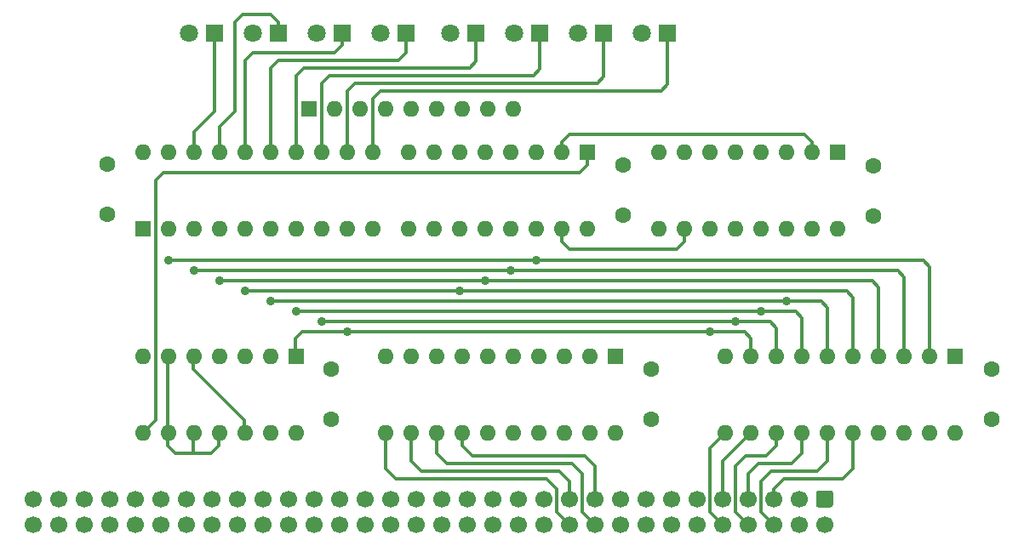
<source format=gtl>
%TF.GenerationSoftware,KiCad,Pcbnew,5.1.6-c6e7f7d~87~ubuntu18.04.1*%
%TF.CreationDate,2020-08-05T19:50:32+12:00*%
%TF.ProjectId,M1 Program Counter,4d312050-726f-4677-9261-6d20436f756e,rev?*%
%TF.SameCoordinates,Original*%
%TF.FileFunction,Copper,L1,Top*%
%TF.FilePolarity,Positive*%
%FSLAX46Y46*%
G04 Gerber Fmt 4.6, Leading zero omitted, Abs format (unit mm)*
G04 Created by KiCad (PCBNEW 5.1.6-c6e7f7d~87~ubuntu18.04.1) date 2020-08-05 19:50:32*
%MOMM*%
%LPD*%
G01*
G04 APERTURE LIST*
%TA.AperFunction,ComponentPad*%
%ADD10R,1.600000X1.600000*%
%TD*%
%TA.AperFunction,ComponentPad*%
%ADD11O,1.600000X1.600000*%
%TD*%
%TA.AperFunction,ComponentPad*%
%ADD12C,1.800000*%
%TD*%
%TA.AperFunction,ComponentPad*%
%ADD13R,1.800000X1.800000*%
%TD*%
%TA.AperFunction,ComponentPad*%
%ADD14C,1.600000*%
%TD*%
%TA.AperFunction,ComponentPad*%
%ADD15C,1.700000*%
%TD*%
%TA.AperFunction,ViaPad*%
%ADD16C,0.889000*%
%TD*%
%TA.AperFunction,Conductor*%
%ADD17C,0.330200*%
%TD*%
G04 APERTURE END LIST*
D10*
%TO.P,RN1,1*%
%TO.N,GND*%
X140589000Y-96647000D03*
D11*
%TO.P,RN1,2*%
%TO.N,Net-(D1-Pad8)*%
X143129000Y-96647000D03*
%TO.P,RN1,3*%
%TO.N,Net-(D1-Pad6)*%
X145669000Y-96647000D03*
%TO.P,RN1,4*%
%TO.N,Net-(D1-Pad4)*%
X148209000Y-96647000D03*
%TO.P,RN1,5*%
%TO.N,Net-(D1-Pad2)*%
X150749000Y-96647000D03*
%TO.P,RN1,6*%
%TO.N,Net-(D2-Pad8)*%
X153289000Y-96647000D03*
%TO.P,RN1,7*%
%TO.N,Net-(D2-Pad6)*%
X155829000Y-96647000D03*
%TO.P,RN1,8*%
%TO.N,Net-(D2-Pad4)*%
X158369000Y-96647000D03*
%TO.P,RN1,9*%
%TO.N,Net-(D2-Pad2)*%
X160909000Y-96647000D03*
%TD*%
D12*
%TO.P,D2,8*%
%TO.N,Net-(D2-Pad8)*%
X154686000Y-89154000D03*
D13*
%TO.P,D2,7*%
%TO.N,Net-(D2-Pad7)*%
X157226000Y-89154000D03*
D12*
%TO.P,D2,2*%
%TO.N,Net-(D2-Pad2)*%
X173736000Y-89154000D03*
D13*
%TO.P,D2,1*%
%TO.N,Net-(D2-Pad1)*%
X176276000Y-89154000D03*
D12*
%TO.P,D2,6*%
%TO.N,Net-(D2-Pad6)*%
X161036000Y-89154000D03*
D13*
%TO.P,D2,5*%
%TO.N,Net-(D2-Pad5)*%
X163576000Y-89154000D03*
%TO.P,D2,3*%
%TO.N,Net-(D2-Pad3)*%
X169926000Y-89154000D03*
D12*
%TO.P,D2,4*%
%TO.N,Net-(D2-Pad4)*%
X167386000Y-89154000D03*
%TD*%
%TO.P,D1,4*%
%TO.N,Net-(D1-Pad4)*%
X141351000Y-89154000D03*
D13*
%TO.P,D1,3*%
%TO.N,Net-(D1-Pad3)*%
X143891000Y-89154000D03*
%TO.P,D1,5*%
%TO.N,Net-(D1-Pad5)*%
X137541000Y-89154000D03*
D12*
%TO.P,D1,6*%
%TO.N,Net-(D1-Pad6)*%
X135001000Y-89154000D03*
D13*
%TO.P,D1,1*%
%TO.N,Net-(D1-Pad1)*%
X150241000Y-89154000D03*
D12*
%TO.P,D1,2*%
%TO.N,Net-(D1-Pad2)*%
X147701000Y-89154000D03*
D13*
%TO.P,D1,7*%
%TO.N,Net-(D1-Pad7)*%
X131191000Y-89154000D03*
D12*
%TO.P,D1,8*%
%TO.N,Net-(D1-Pad8)*%
X128651000Y-89154000D03*
%TD*%
D14*
%TO.P,C1,2*%
%TO.N,+5V*%
X171831000Y-107235000D03*
%TO.P,C1,1*%
%TO.N,GND*%
X171831000Y-102235000D03*
%TD*%
%TO.P,C2,1*%
%TO.N,GND*%
X196723000Y-102324000D03*
%TO.P,C2,2*%
%TO.N,+5V*%
X196723000Y-107324000D03*
%TD*%
%TO.P,C5,1*%
%TO.N,GND*%
X208534000Y-122555000D03*
%TO.P,C5,2*%
%TO.N,+5V*%
X208534000Y-127555000D03*
%TD*%
%TO.P,C6,2*%
%TO.N,+5V*%
X174625000Y-127555000D03*
%TO.P,C6,1*%
%TO.N,GND*%
X174625000Y-122555000D03*
%TD*%
%TO.P,C7,2*%
%TO.N,+5V*%
X120523000Y-102215000D03*
%TO.P,C7,1*%
%TO.N,GND*%
X120523000Y-107215000D03*
%TD*%
%TO.P,J1,1*%
%TO.N,GND*%
%TA.AperFunction,ComponentPad*%
G36*
G01*
X191297000Y-134659000D02*
X192497000Y-134659000D01*
G75*
G02*
X192747000Y-134909000I0J-250000D01*
G01*
X192747000Y-136109000D01*
G75*
G02*
X192497000Y-136359000I-250000J0D01*
G01*
X191297000Y-136359000D01*
G75*
G02*
X191047000Y-136109000I0J250000D01*
G01*
X191047000Y-134909000D01*
G75*
G02*
X191297000Y-134659000I250000J0D01*
G01*
G37*
%TD.AperFunction*%
D15*
%TO.P,J1,3*%
%TO.N,/A0*%
X189357000Y-135509000D03*
%TO.P,J1,5*%
%TO.N,/A2*%
X186817000Y-135509000D03*
%TO.P,J1,7*%
%TO.N,/A4*%
X184277000Y-135509000D03*
%TO.P,J1,9*%
%TO.N,/A6*%
X181737000Y-135509000D03*
%TO.P,J1,11*%
%TO.N,GND*%
X179197000Y-135509000D03*
%TO.P,J1,13*%
X176657000Y-135509000D03*
%TO.P,J1,15*%
%TO.N,/A8*%
X174117000Y-135509000D03*
%TO.P,J1,17*%
%TO.N,/A10*%
X171577000Y-135509000D03*
%TO.P,J1,19*%
%TO.N,/A12*%
X169037000Y-135509000D03*
%TO.P,J1,21*%
%TO.N,/A14*%
X166497000Y-135509000D03*
%TO.P,J1,23*%
%TO.N,GND*%
X163957000Y-135509000D03*
%TO.P,J1,25*%
%TO.N,+5V*%
X161417000Y-135509000D03*
%TO.P,J1,27*%
%TO.N,GND*%
X158877000Y-135509000D03*
%TO.P,J1,29*%
%TO.N,Net-(J1-Pad29)*%
X156337000Y-135509000D03*
%TO.P,J1,31*%
%TO.N,/PCINC*%
X153797000Y-135509000D03*
%TO.P,J1,33*%
%TO.N,Net-(J1-Pad33)*%
X151257000Y-135509000D03*
%TO.P,J1,35*%
%TO.N,Net-(J1-Pad35)*%
X148717000Y-135509000D03*
%TO.P,J1,37*%
%TO.N,/nSYSRST*%
X146177000Y-135509000D03*
%TO.P,J1,39*%
%TO.N,GND*%
X143637000Y-135509000D03*
%TO.P,J1,41*%
X141097000Y-135509000D03*
%TO.P,J1,43*%
%TO.N,Net-(J1-Pad43)*%
X138557000Y-135509000D03*
%TO.P,J1,45*%
%TO.N,Net-(J1-Pad45)*%
X136017000Y-135509000D03*
%TO.P,J1,47*%
%TO.N,Net-(J1-Pad47)*%
X133477000Y-135509000D03*
%TO.P,J1,49*%
%TO.N,Net-(J1-Pad49)*%
X130937000Y-135509000D03*
%TO.P,J1,51*%
%TO.N,GND*%
X128397000Y-135509000D03*
%TO.P,J1,53*%
X125857000Y-135509000D03*
%TO.P,J1,55*%
%TO.N,Net-(J1-Pad55)*%
X123317000Y-135509000D03*
%TO.P,J1,57*%
%TO.N,Net-(J1-Pad57)*%
X120777000Y-135509000D03*
%TO.P,J1,59*%
%TO.N,Net-(J1-Pad59)*%
X118237000Y-135509000D03*
%TO.P,J1,61*%
%TO.N,Net-(J1-Pad61)*%
X115697000Y-135509000D03*
%TO.P,J1,63*%
%TO.N,GND*%
X113157000Y-135509000D03*
%TO.P,J1,2*%
X191897000Y-138049000D03*
%TO.P,J1,4*%
%TO.N,/A1*%
X189357000Y-138049000D03*
%TO.P,J1,6*%
%TO.N,/A3*%
X186817000Y-138049000D03*
%TO.P,J1,8*%
%TO.N,/A5*%
X184277000Y-138049000D03*
%TO.P,J1,10*%
%TO.N,/A7*%
X181737000Y-138049000D03*
%TO.P,J1,12*%
%TO.N,GND*%
X179197000Y-138049000D03*
%TO.P,J1,14*%
X176657000Y-138049000D03*
%TO.P,J1,16*%
%TO.N,/A9*%
X174117000Y-138049000D03*
%TO.P,J1,18*%
%TO.N,/A11*%
X171577000Y-138049000D03*
%TO.P,J1,20*%
%TO.N,/A13*%
X169037000Y-138049000D03*
%TO.P,J1,22*%
%TO.N,/A15*%
X166497000Y-138049000D03*
%TO.P,J1,24*%
%TO.N,GND*%
X163957000Y-138049000D03*
%TO.P,J1,26*%
%TO.N,+5V*%
X161417000Y-138049000D03*
%TO.P,J1,28*%
%TO.N,GND*%
X158877000Y-138049000D03*
%TO.P,J1,30*%
%TO.N,/nPCOE*%
X156337000Y-138049000D03*
%TO.P,J1,32*%
%TO.N,Net-(J1-Pad32)*%
X153797000Y-138049000D03*
%TO.P,J1,34*%
%TO.N,Net-(J1-Pad34)*%
X151257000Y-138049000D03*
%TO.P,J1,36*%
%TO.N,Net-(J1-Pad36)*%
X148717000Y-138049000D03*
%TO.P,J1,38*%
%TO.N,Net-(J1-Pad38)*%
X146177000Y-138049000D03*
%TO.P,J1,40*%
%TO.N,Net-(J1-Pad40)*%
X143637000Y-138049000D03*
%TO.P,J1,42*%
%TO.N,GND*%
X141097000Y-138049000D03*
%TO.P,J1,44*%
%TO.N,Net-(J1-Pad44)*%
X138557000Y-138049000D03*
%TO.P,J1,46*%
%TO.N,Net-(J1-Pad46)*%
X136017000Y-138049000D03*
%TO.P,J1,48*%
%TO.N,Net-(J1-Pad48)*%
X133477000Y-138049000D03*
%TO.P,J1,50*%
%TO.N,Net-(J1-Pad50)*%
X130937000Y-138049000D03*
%TO.P,J1,52*%
%TO.N,GND*%
X128397000Y-138049000D03*
%TO.P,J1,54*%
X125857000Y-138049000D03*
%TO.P,J1,56*%
%TO.N,Net-(J1-Pad56)*%
X123317000Y-138049000D03*
%TO.P,J1,58*%
%TO.N,Net-(J1-Pad58)*%
X120777000Y-138049000D03*
%TO.P,J1,60*%
%TO.N,Net-(J1-Pad60)*%
X118237000Y-138049000D03*
%TO.P,J1,62*%
%TO.N,Net-(J1-Pad62)*%
X115697000Y-138049000D03*
%TO.P,J1,64*%
%TO.N,GND*%
X113157000Y-138049000D03*
%TD*%
D10*
%TO.P,U1,1*%
%TO.N,/nMR*%
X168275000Y-100965000D03*
D11*
%TO.P,U1,9*%
%TO.N,+5V*%
X150495000Y-108585000D03*
%TO.P,U1,2*%
%TO.N,/PCINC*%
X165735000Y-100965000D03*
%TO.P,U1,10*%
%TO.N,+5V*%
X153035000Y-108585000D03*
%TO.P,U1,3*%
X163195000Y-100965000D03*
%TO.P,U1,11*%
%TO.N,/PC3*%
X155575000Y-108585000D03*
%TO.P,U1,4*%
%TO.N,+5V*%
X160655000Y-100965000D03*
%TO.P,U1,12*%
%TO.N,/PC2*%
X158115000Y-108585000D03*
%TO.P,U1,5*%
%TO.N,+5V*%
X158115000Y-100965000D03*
%TO.P,U1,13*%
%TO.N,/PC1*%
X160655000Y-108585000D03*
%TO.P,U1,6*%
%TO.N,+5V*%
X155575000Y-100965000D03*
%TO.P,U1,14*%
%TO.N,/PC0*%
X163195000Y-108585000D03*
%TO.P,U1,7*%
%TO.N,+5V*%
X153035000Y-100965000D03*
%TO.P,U1,15*%
%TO.N,/TC0*%
X165735000Y-108585000D03*
%TO.P,U1,8*%
%TO.N,GND*%
X150495000Y-100965000D03*
%TO.P,U1,16*%
%TO.N,+5V*%
X168275000Y-108585000D03*
%TD*%
%TO.P,U2,16*%
%TO.N,+5V*%
X193167000Y-108585000D03*
%TO.P,U2,8*%
%TO.N,GND*%
X175387000Y-100965000D03*
%TO.P,U2,15*%
%TO.N,Net-(U2-Pad15)*%
X190627000Y-108585000D03*
%TO.P,U2,7*%
%TO.N,+5V*%
X177927000Y-100965000D03*
%TO.P,U2,14*%
%TO.N,/PC4*%
X188087000Y-108585000D03*
%TO.P,U2,6*%
%TO.N,+5V*%
X180467000Y-100965000D03*
%TO.P,U2,13*%
%TO.N,/PC5*%
X185547000Y-108585000D03*
%TO.P,U2,5*%
%TO.N,+5V*%
X183007000Y-100965000D03*
%TO.P,U2,12*%
%TO.N,/PC6*%
X183007000Y-108585000D03*
%TO.P,U2,4*%
%TO.N,+5V*%
X185547000Y-100965000D03*
%TO.P,U2,11*%
%TO.N,/PC7*%
X180467000Y-108585000D03*
%TO.P,U2,3*%
%TO.N,+5V*%
X188087000Y-100965000D03*
%TO.P,U2,10*%
%TO.N,/TC0*%
X177927000Y-108585000D03*
%TO.P,U2,2*%
%TO.N,/PCINC*%
X190627000Y-100965000D03*
%TO.P,U2,9*%
%TO.N,+5V*%
X175387000Y-108585000D03*
D10*
%TO.P,U2,1*%
%TO.N,/nMR*%
X193167000Y-100965000D03*
%TD*%
D11*
%TO.P,U5,20*%
%TO.N,+5V*%
X204851000Y-128905000D03*
%TO.P,U5,10*%
%TO.N,GND*%
X181991000Y-121285000D03*
%TO.P,U5,19*%
%TO.N,/nPCOE*%
X202311000Y-128905000D03*
%TO.P,U5,9*%
%TO.N,/PC7*%
X184531000Y-121285000D03*
%TO.P,U5,18*%
%TO.N,/A0*%
X199771000Y-128905000D03*
%TO.P,U5,8*%
%TO.N,/PC6*%
X187071000Y-121285000D03*
%TO.P,U5,17*%
%TO.N,/A1*%
X197231000Y-128905000D03*
%TO.P,U5,7*%
%TO.N,/PC5*%
X189611000Y-121285000D03*
%TO.P,U5,16*%
%TO.N,/A2*%
X194691000Y-128905000D03*
%TO.P,U5,6*%
%TO.N,/PC4*%
X192151000Y-121285000D03*
%TO.P,U5,15*%
%TO.N,/A3*%
X192151000Y-128905000D03*
%TO.P,U5,5*%
%TO.N,/PC3*%
X194691000Y-121285000D03*
%TO.P,U5,14*%
%TO.N,/A4*%
X189611000Y-128905000D03*
%TO.P,U5,4*%
%TO.N,/PC2*%
X197231000Y-121285000D03*
%TO.P,U5,13*%
%TO.N,/A5*%
X187071000Y-128905000D03*
%TO.P,U5,3*%
%TO.N,/PC1*%
X199771000Y-121285000D03*
%TO.P,U5,12*%
%TO.N,/A6*%
X184531000Y-128905000D03*
%TO.P,U5,2*%
%TO.N,/PC0*%
X202311000Y-121285000D03*
%TO.P,U5,11*%
%TO.N,/A7*%
X181991000Y-128905000D03*
D10*
%TO.P,U5,1*%
%TO.N,+5V*%
X204851000Y-121285000D03*
%TD*%
%TO.P,U6,1*%
%TO.N,+5V*%
X171069000Y-121285000D03*
D11*
%TO.P,U6,11*%
%TO.N,/A15*%
X148209000Y-128905000D03*
%TO.P,U6,2*%
%TO.N,GND*%
X168529000Y-121285000D03*
%TO.P,U6,12*%
%TO.N,/A14*%
X150749000Y-128905000D03*
%TO.P,U6,3*%
%TO.N,GND*%
X165989000Y-121285000D03*
%TO.P,U6,13*%
%TO.N,/A13*%
X153289000Y-128905000D03*
%TO.P,U6,4*%
%TO.N,GND*%
X163449000Y-121285000D03*
%TO.P,U6,14*%
%TO.N,/A12*%
X155829000Y-128905000D03*
%TO.P,U6,5*%
%TO.N,GND*%
X160909000Y-121285000D03*
%TO.P,U6,15*%
%TO.N,/A11*%
X158369000Y-128905000D03*
%TO.P,U6,6*%
%TO.N,GND*%
X158369000Y-121285000D03*
%TO.P,U6,16*%
%TO.N,/A10*%
X160909000Y-128905000D03*
%TO.P,U6,7*%
%TO.N,GND*%
X155829000Y-121285000D03*
%TO.P,U6,17*%
%TO.N,/A9*%
X163449000Y-128905000D03*
%TO.P,U6,8*%
%TO.N,GND*%
X153289000Y-121285000D03*
%TO.P,U6,18*%
%TO.N,/A8*%
X165989000Y-128905000D03*
%TO.P,U6,9*%
%TO.N,GND*%
X150749000Y-121285000D03*
%TO.P,U6,19*%
%TO.N,/nPCOE*%
X168529000Y-128905000D03*
%TO.P,U6,10*%
%TO.N,GND*%
X148209000Y-121285000D03*
%TO.P,U6,20*%
%TO.N,+5V*%
X171069000Y-128905000D03*
%TD*%
D10*
%TO.P,U7,1*%
%TO.N,+5V*%
X124079000Y-108585000D03*
D11*
%TO.P,U7,11*%
%TO.N,Net-(D2-Pad1)*%
X146939000Y-100965000D03*
%TO.P,U7,2*%
%TO.N,/PC0*%
X126619000Y-108585000D03*
%TO.P,U7,12*%
%TO.N,Net-(D2-Pad3)*%
X144399000Y-100965000D03*
%TO.P,U7,3*%
%TO.N,/PC1*%
X129159000Y-108585000D03*
%TO.P,U7,13*%
%TO.N,Net-(D2-Pad5)*%
X141859000Y-100965000D03*
%TO.P,U7,4*%
%TO.N,/PC2*%
X131699000Y-108585000D03*
%TO.P,U7,14*%
%TO.N,Net-(D2-Pad7)*%
X139319000Y-100965000D03*
%TO.P,U7,5*%
%TO.N,/PC3*%
X134239000Y-108585000D03*
%TO.P,U7,15*%
%TO.N,Net-(D1-Pad1)*%
X136779000Y-100965000D03*
%TO.P,U7,6*%
%TO.N,/PC4*%
X136779000Y-108585000D03*
%TO.P,U7,16*%
%TO.N,Net-(D1-Pad3)*%
X134239000Y-100965000D03*
%TO.P,U7,7*%
%TO.N,/PC5*%
X139319000Y-108585000D03*
%TO.P,U7,17*%
%TO.N,Net-(D1-Pad5)*%
X131699000Y-100965000D03*
%TO.P,U7,8*%
%TO.N,/PC6*%
X141859000Y-108585000D03*
%TO.P,U7,18*%
%TO.N,Net-(D1-Pad7)*%
X129159000Y-100965000D03*
%TO.P,U7,9*%
%TO.N,/PC7*%
X144399000Y-108585000D03*
%TO.P,U7,19*%
%TO.N,GND*%
X126619000Y-100965000D03*
%TO.P,U7,10*%
X146939000Y-108585000D03*
%TO.P,U7,20*%
%TO.N,+5V*%
X124079000Y-100965000D03*
%TD*%
D14*
%TO.P,C3,1*%
%TO.N,GND*%
X142812000Y-122555000D03*
%TO.P,C3,2*%
%TO.N,+5V*%
X142812000Y-127555000D03*
%TD*%
D10*
%TO.P,U3,1*%
%TO.N,/PC7*%
X139319000Y-121285000D03*
D11*
%TO.P,U3,8*%
%TO.N,/nMR*%
X124079000Y-128905000D03*
%TO.P,U3,2*%
%TO.N,/PC4*%
X136779000Y-121285000D03*
%TO.P,U3,9*%
%TO.N,Net-(U3-Pad10)*%
X126619000Y-128905000D03*
%TO.P,U3,3*%
%TO.N,+5V*%
X134239000Y-121285000D03*
%TO.P,U3,10*%
%TO.N,Net-(U3-Pad10)*%
X129159000Y-128905000D03*
%TO.P,U3,4*%
%TO.N,/nSYSRST*%
X131699000Y-121285000D03*
%TO.P,U3,11*%
%TO.N,Net-(U3-Pad10)*%
X131699000Y-128905000D03*
%TO.P,U3,5*%
%TO.N,Net-(U3-Pad12)*%
X129159000Y-121285000D03*
%TO.P,U3,12*%
X134239000Y-128905000D03*
%TO.P,U3,6*%
%TO.N,Net-(U3-Pad10)*%
X126619000Y-121285000D03*
%TO.P,U3,13*%
%TO.N,/PC2*%
X136779000Y-128905000D03*
%TO.P,U3,7*%
%TO.N,GND*%
X124079000Y-121285000D03*
%TO.P,U3,14*%
%TO.N,+5V*%
X139319000Y-128905000D03*
%TD*%
D16*
%TO.N,/PC3*%
X134239000Y-114835000D03*
X155575000Y-114835000D03*
%TO.N,/PC2*%
X131699000Y-113819000D03*
X158115000Y-113819000D03*
%TO.N,/PC1*%
X129159000Y-112803000D03*
X160655000Y-112803000D03*
%TO.N,/PC0*%
X126619000Y-111787000D03*
X163195000Y-111787000D03*
%TO.N,/PC4*%
X136779000Y-115851000D03*
X188087000Y-115851000D03*
%TO.N,/PC5*%
X139319000Y-116867000D03*
X185547000Y-116867000D03*
%TO.N,/PC6*%
X141859000Y-117883000D03*
X183007000Y-117883000D03*
%TO.N,/PC7*%
X144399000Y-118899000D03*
X180467000Y-118899000D03*
%TD*%
D17*
%TO.N,Net-(D1-Pad1)*%
X150241000Y-89689000D02*
X150241000Y-91059000D01*
X150241000Y-91059000D02*
X149479000Y-91821000D01*
X149479000Y-91821000D02*
X137541000Y-91821000D01*
X137541000Y-91821000D02*
X136779000Y-92583000D01*
X136779000Y-92583000D02*
X136779000Y-100965000D01*
%TO.N,Net-(D2-Pad1)*%
X146939000Y-95631000D02*
X146939000Y-100965000D01*
X147701000Y-94869000D02*
X146939000Y-95631000D01*
X175641000Y-94869000D02*
X147701000Y-94869000D01*
X176276000Y-94234000D02*
X175641000Y-94869000D01*
X176276000Y-89689000D02*
X176276000Y-94234000D01*
%TO.N,/A3*%
X185547000Y-136779000D02*
X186817000Y-138049000D01*
X186563000Y-132715000D02*
X185547000Y-133731000D01*
X191135000Y-132715000D02*
X186563000Y-132715000D01*
X185547000Y-133731000D02*
X185547000Y-136779000D01*
X192151000Y-131699000D02*
X191135000Y-132715000D01*
X192151000Y-128905000D02*
X192151000Y-131699000D01*
%TO.N,/A5*%
X183007000Y-136779000D02*
X184277000Y-138049000D01*
X183007000Y-132207000D02*
X183007000Y-136779000D01*
X186055000Y-131191000D02*
X184023000Y-131191000D01*
X184023000Y-131191000D02*
X183007000Y-132207000D01*
X187071000Y-130175000D02*
X186055000Y-131191000D01*
X187071000Y-128905000D02*
X187071000Y-130175000D01*
%TO.N,/A7*%
X181737000Y-129159000D02*
X181991000Y-128905000D01*
X181991000Y-128905000D02*
X180467000Y-130429000D01*
X180467000Y-130429000D02*
X180467000Y-136779000D01*
X180467000Y-136779000D02*
X181737000Y-138049000D01*
%TO.N,/A13*%
X153289000Y-128905000D02*
X153289000Y-130937000D01*
X153289000Y-130937000D02*
X154305000Y-131953000D01*
X166751000Y-131953000D02*
X167767000Y-132969000D01*
X154305000Y-131953000D02*
X166751000Y-131953000D01*
X167767000Y-132969000D02*
X167767000Y-136779000D01*
X167767000Y-136779000D02*
X169037000Y-138049000D01*
%TO.N,/A15*%
X148209000Y-132461000D02*
X148209000Y-128905000D01*
X149225000Y-133477000D02*
X148209000Y-132461000D01*
X164211000Y-133477000D02*
X165227000Y-134493000D01*
X164211000Y-133477000D02*
X149225000Y-133477000D01*
X165227000Y-134493000D02*
X165227000Y-136779000D01*
X165227000Y-136779000D02*
X166497000Y-138049000D01*
%TO.N,/A2*%
X186817000Y-134493000D02*
X186817000Y-135509000D01*
X187833000Y-133477000D02*
X186817000Y-134493000D01*
X193675000Y-133477000D02*
X187833000Y-133477000D01*
X194691000Y-132461000D02*
X193675000Y-133477000D01*
X194691000Y-128905000D02*
X194691000Y-132461000D01*
%TO.N,/A4*%
X184277000Y-132969000D02*
X184277000Y-135509000D01*
X185293000Y-131953000D02*
X184277000Y-132969000D01*
X188595000Y-131953000D02*
X185293000Y-131953000D01*
X189611000Y-130937000D02*
X188595000Y-131953000D01*
X189611000Y-128905000D02*
X189611000Y-130937000D01*
%TO.N,/A6*%
X181737000Y-131699000D02*
X181737000Y-135509000D01*
X184531000Y-128905000D02*
X181737000Y-131699000D01*
%TO.N,/A12*%
X155829000Y-128905000D02*
X155829000Y-130175000D01*
X155829000Y-130175000D02*
X156845000Y-131191000D01*
X168021000Y-131191000D02*
X169037000Y-132207000D01*
X156845000Y-131191000D02*
X168021000Y-131191000D01*
X169037000Y-132207000D02*
X169037000Y-135509000D01*
%TO.N,/A14*%
X150749000Y-128905000D02*
X150749000Y-131699000D01*
X150749000Y-131699000D02*
X151765000Y-132715000D01*
X165481000Y-132715000D02*
X166497000Y-133731000D01*
X151765000Y-132715000D02*
X165481000Y-132715000D01*
X166497000Y-133731000D02*
X166497000Y-135509000D01*
%TO.N,/PCINC*%
X165735000Y-100965000D02*
X165735000Y-99949000D01*
X165735000Y-99949000D02*
X166497000Y-99187000D01*
X166497000Y-99187000D02*
X189865000Y-99187000D01*
X190627000Y-99949000D02*
X190627000Y-100965000D01*
X189865000Y-99187000D02*
X190627000Y-99949000D01*
%TO.N,/PC3*%
X155675000Y-114835000D02*
X155675000Y-114835000D01*
X194691000Y-115443000D02*
X194691000Y-121285000D01*
X134239000Y-114835000D02*
X194083000Y-114835000D01*
X194083000Y-114835000D02*
X194691000Y-115443000D01*
%TO.N,/PC2*%
X131699000Y-113819000D02*
X196623000Y-113819000D01*
X197231000Y-114427000D02*
X197231000Y-121285000D01*
X196623000Y-113819000D02*
X197231000Y-114427000D01*
%TO.N,/PC1*%
X199771000Y-113411000D02*
X199771000Y-121285000D01*
X129159000Y-112803000D02*
X199163000Y-112803000D01*
X199163000Y-112803000D02*
X199771000Y-113411000D01*
%TO.N,/PC0*%
X202311000Y-112395000D02*
X202311000Y-121285000D01*
X126619000Y-111787000D02*
X201703000Y-111787000D01*
X201703000Y-111787000D02*
X202311000Y-112395000D01*
%TO.N,/TC0*%
X165735000Y-108585000D02*
X165735000Y-109855000D01*
X165735000Y-109855000D02*
X166497000Y-110617000D01*
X166497000Y-110617000D02*
X177165000Y-110617000D01*
X177165000Y-110617000D02*
X177927000Y-109855000D01*
X177927000Y-109855000D02*
X177927000Y-108585000D01*
%TO.N,/PC4*%
X136779000Y-115851000D02*
X136779000Y-115851000D01*
X136779000Y-115851000D02*
X188187000Y-115851000D01*
X192151000Y-116459000D02*
X192151000Y-121285000D01*
X191543000Y-115851000D02*
X192151000Y-116459000D01*
X188187000Y-115851000D02*
X191543000Y-115851000D01*
%TO.N,/PC5*%
X139319000Y-116867000D02*
X185647000Y-116867000D01*
X189611000Y-117475000D02*
X189611000Y-121285000D01*
X189003000Y-116867000D02*
X189611000Y-117475000D01*
X185647000Y-116867000D02*
X189003000Y-116867000D01*
%TO.N,/PC6*%
X187071000Y-118491000D02*
X187071000Y-121285000D01*
X141859000Y-117883000D02*
X183107000Y-117883000D01*
X186463000Y-117883000D02*
X187071000Y-118491000D01*
X183107000Y-117883000D02*
X186463000Y-117883000D01*
%TO.N,/PC7*%
X151511000Y-118899000D02*
X144399000Y-118899000D01*
X183923000Y-118899000D02*
X151511000Y-118899000D01*
X184531000Y-121285000D02*
X184531000Y-119507000D01*
X184531000Y-119507000D02*
X183923000Y-118899000D01*
X144399000Y-118899000D02*
X139927000Y-118899000D01*
X139256000Y-119570000D02*
X139256000Y-121328000D01*
X139927000Y-118899000D02*
X139256000Y-119570000D01*
%TO.N,Net-(D1-Pad3)*%
X143891000Y-89689000D02*
X143891000Y-90297000D01*
X143891000Y-90297000D02*
X143129000Y-91059000D01*
X143129000Y-91059000D02*
X135001000Y-91059000D01*
X135001000Y-91059000D02*
X134239000Y-91821000D01*
X134239000Y-91821000D02*
X134239000Y-100965000D01*
%TO.N,Net-(D1-Pad5)*%
X131699000Y-98425000D02*
X131699000Y-100965000D01*
X137541000Y-88011000D02*
X136779000Y-87249000D01*
X137541000Y-89154000D02*
X137541000Y-88011000D01*
X136779000Y-87249000D02*
X133985000Y-87249000D01*
X133223000Y-88011000D02*
X133223000Y-96901000D01*
X133985000Y-87249000D02*
X133223000Y-88011000D01*
X133223000Y-96901000D02*
X131699000Y-98425000D01*
%TO.N,Net-(D1-Pad7)*%
X131191000Y-89689000D02*
X131191000Y-96901000D01*
X129159000Y-98933000D02*
X129159000Y-100965000D01*
X131191000Y-96901000D02*
X129159000Y-98933000D01*
%TO.N,Net-(D2-Pad7)*%
X157226000Y-89689000D02*
X157226000Y-91948000D01*
X157226000Y-91948000D02*
X156591000Y-92583000D01*
X156591000Y-92583000D02*
X140081000Y-92583000D01*
X140081000Y-92583000D02*
X139319000Y-93345000D01*
X139319000Y-93345000D02*
X139319000Y-100965000D01*
%TO.N,Net-(D2-Pad5)*%
X163576000Y-89689000D02*
X163576000Y-91948000D01*
X163576000Y-91948000D02*
X163576000Y-92710000D01*
X163576000Y-92710000D02*
X162941000Y-93345000D01*
X162941000Y-93345000D02*
X142621000Y-93345000D01*
X142621000Y-93345000D02*
X141859000Y-94107000D01*
X141859000Y-94107000D02*
X141859000Y-100965000D01*
%TO.N,Net-(D2-Pad3)*%
X144399000Y-94869000D02*
X144399000Y-100965000D01*
X145161000Y-94107000D02*
X144399000Y-94869000D01*
X169926000Y-93472000D02*
X169291000Y-94107000D01*
X169291000Y-94107000D02*
X145161000Y-94107000D01*
X169926000Y-89689000D02*
X169926000Y-93472000D01*
%TO.N,/nMR*%
X168275000Y-100965000D02*
X168275000Y-102235000D01*
X168275000Y-102235000D02*
X167513000Y-102997000D01*
X167513000Y-102997000D02*
X126111000Y-102997000D01*
X126111000Y-102997000D02*
X125349000Y-103759000D01*
X125349000Y-103759000D02*
X125349000Y-127635000D01*
X125349000Y-127635000D02*
X124079000Y-128905000D01*
%TO.N,Net-(U3-Pad10)*%
X131636000Y-130218000D02*
X130874000Y-130980000D01*
X127318000Y-130980000D02*
X126556000Y-130218000D01*
X126556000Y-130218000D02*
X126556000Y-128948000D01*
X129096000Y-130980000D02*
X127318000Y-130980000D01*
X129096000Y-130980000D02*
X129096000Y-128948000D01*
X130874000Y-130980000D02*
X129096000Y-130980000D01*
X126556000Y-128948000D02*
X126556000Y-121328000D01*
X131636000Y-128948000D02*
X131636000Y-130112000D01*
%TO.N,Net-(U3-Pad12)*%
X129096000Y-122598000D02*
X129096000Y-121328000D01*
X134176000Y-127678000D02*
X129096000Y-122598000D01*
X134176000Y-127678000D02*
X134176000Y-128948000D01*
%TD*%
M02*

</source>
